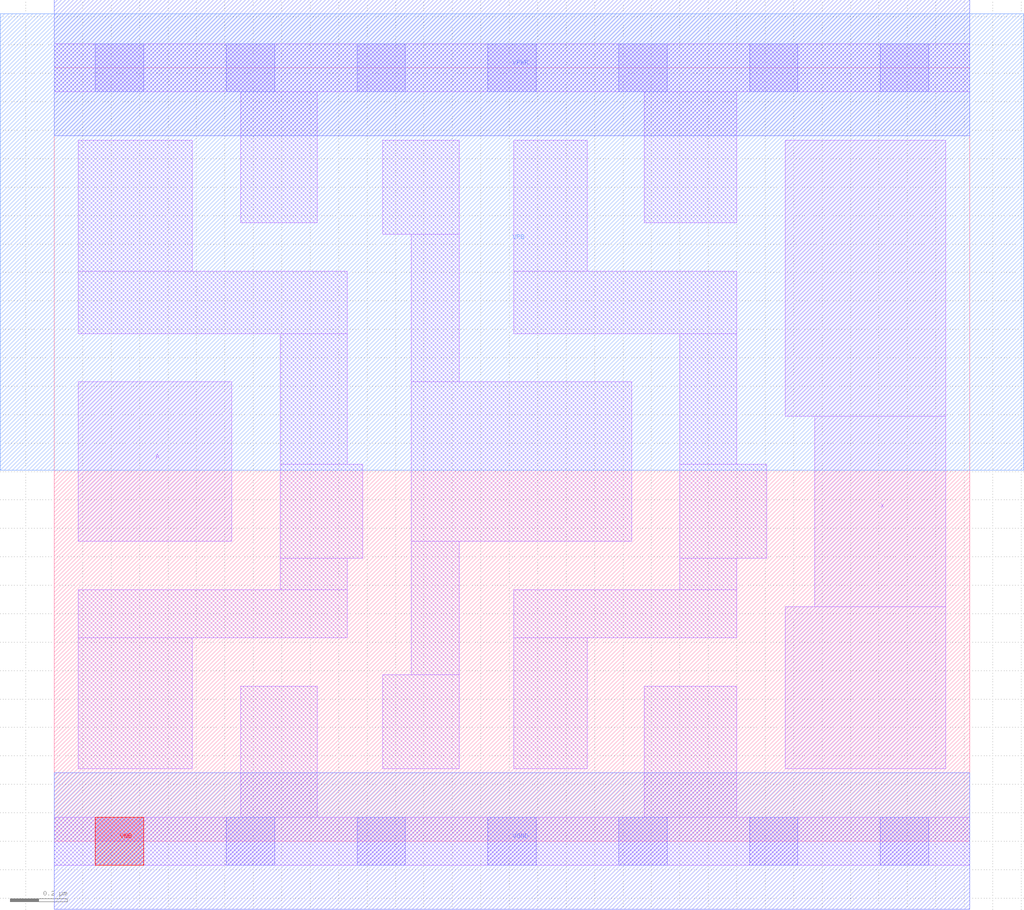
<source format=lef>
# Copyright 2020 The SkyWater PDK Authors
#
# Licensed under the Apache License, Version 2.0 (the "License");
# you may not use this file except in compliance with the License.
# You may obtain a copy of the License at
#
#     https://www.apache.org/licenses/LICENSE-2.0
#
# Unless required by applicable law or agreed to in writing, software
# distributed under the License is distributed on an "AS IS" BASIS,
# WITHOUT WARRANTIES OR CONDITIONS OF ANY KIND, either express or implied.
# See the License for the specific language governing permissions and
# limitations under the License.
#
# SPDX-License-Identifier: Apache-2.0

VERSION 5.7 ;
  NOWIREEXTENSIONATPIN ON ;
  DIVIDERCHAR "/" ;
  BUSBITCHARS "[]" ;
MACRO sky130_fd_sc_hd__dlygate4sd2_1
  CLASS CORE ;
  FOREIGN sky130_fd_sc_hd__dlygate4sd2_1 ;
  ORIGIN  0.000000  0.000000 ;
  SIZE  3.220000 BY  2.720000 ;
  SYMMETRY X Y R90 ;
  SITE unithd ;
  PIN A
    ANTENNAGATEAREA  0.126000 ;
    DIRECTION INPUT ;
    USE SIGNAL ;
    PORT
      LAYER li1 ;
        RECT 0.085000 1.055000 0.625000 1.615000 ;
    END
  END A
  PIN VNB
    PORT
      LAYER pwell ;
        RECT 0.145000 -0.085000 0.315000 0.085000 ;
    END
  END VNB
  PIN VPB
    PORT
      LAYER nwell ;
        RECT -0.190000 1.305000 3.410000 2.910000 ;
    END
  END VPB
  PIN X
    ANTENNADIFFAREA  0.429000 ;
    DIRECTION OUTPUT ;
    USE SIGNAL ;
    PORT
      LAYER li1 ;
        RECT 2.570000 0.255000 3.135000 0.825000 ;
        RECT 2.570000 1.495000 3.135000 2.465000 ;
        RECT 2.675000 0.825000 3.135000 1.495000 ;
    END
  END X
  PIN VGND
    DIRECTION INOUT ;
    SHAPE ABUTMENT ;
    USE GROUND ;
    PORT
      LAYER met1 ;
        RECT 0.000000 -0.240000 3.220000 0.240000 ;
    END
  END VGND
  PIN VPWR
    DIRECTION INOUT ;
    SHAPE ABUTMENT ;
    USE POWER ;
    PORT
      LAYER met1 ;
        RECT 0.000000 2.480000 3.220000 2.960000 ;
    END
  END VPWR
  OBS
    LAYER li1 ;
      RECT 0.000000 -0.085000 3.220000 0.085000 ;
      RECT 0.000000  2.635000 3.220000 2.805000 ;
      RECT 0.085000  0.255000 0.485000 0.715000 ;
      RECT 0.085000  0.715000 1.030000 0.885000 ;
      RECT 0.085000  1.785000 1.030000 2.005000 ;
      RECT 0.085000  2.005000 0.485000 2.465000 ;
      RECT 0.655000  0.085000 0.925000 0.545000 ;
      RECT 0.655000  2.175000 0.925000 2.635000 ;
      RECT 0.795000  0.885000 1.030000 0.995000 ;
      RECT 0.795000  0.995000 1.085000 1.325000 ;
      RECT 0.795000  1.325000 1.030000 1.785000 ;
      RECT 1.155000  0.255000 1.425000 0.585000 ;
      RECT 1.155000  2.135000 1.425000 2.465000 ;
      RECT 1.255000  0.585000 1.425000 1.055000 ;
      RECT 1.255000  1.055000 2.030000 1.615000 ;
      RECT 1.255000  1.615000 1.425000 2.135000 ;
      RECT 1.615000  0.255000 1.875000 0.715000 ;
      RECT 1.615000  0.715000 2.400000 0.885000 ;
      RECT 1.615000  1.785000 2.400000 2.005000 ;
      RECT 1.615000  2.005000 1.875000 2.465000 ;
      RECT 2.075000  0.085000 2.400000 0.545000 ;
      RECT 2.075000  2.175000 2.400000 2.635000 ;
      RECT 2.200000  0.885000 2.400000 0.995000 ;
      RECT 2.200000  0.995000 2.505000 1.325000 ;
      RECT 2.200000  1.325000 2.400000 1.785000 ;
    LAYER mcon ;
      RECT 0.145000 -0.085000 0.315000 0.085000 ;
      RECT 0.145000  2.635000 0.315000 2.805000 ;
      RECT 0.605000 -0.085000 0.775000 0.085000 ;
      RECT 0.605000  2.635000 0.775000 2.805000 ;
      RECT 1.065000 -0.085000 1.235000 0.085000 ;
      RECT 1.065000  2.635000 1.235000 2.805000 ;
      RECT 1.525000 -0.085000 1.695000 0.085000 ;
      RECT 1.525000  2.635000 1.695000 2.805000 ;
      RECT 1.985000 -0.085000 2.155000 0.085000 ;
      RECT 1.985000  2.635000 2.155000 2.805000 ;
      RECT 2.445000 -0.085000 2.615000 0.085000 ;
      RECT 2.445000  2.635000 2.615000 2.805000 ;
      RECT 2.905000 -0.085000 3.075000 0.085000 ;
      RECT 2.905000  2.635000 3.075000 2.805000 ;
  END
END sky130_fd_sc_hd__dlygate4sd2_1
END LIBRARY

</source>
